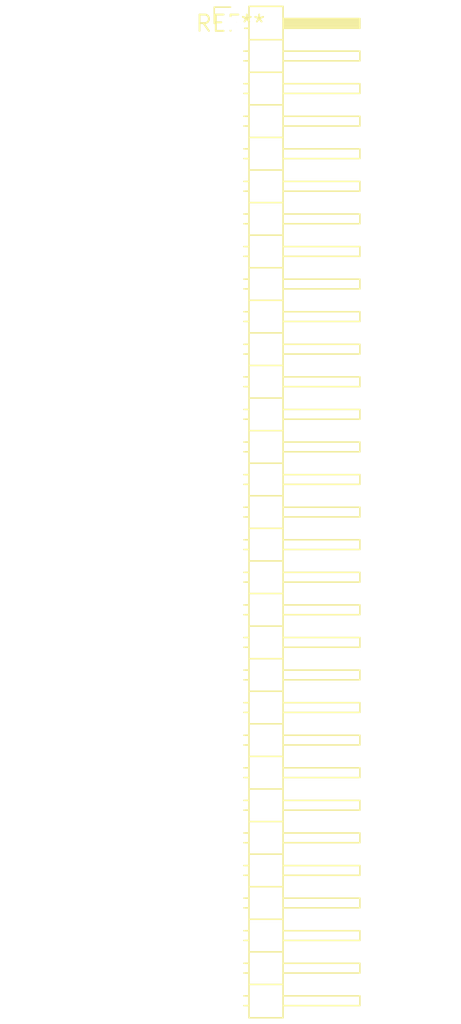
<source format=kicad_pcb>
(kicad_pcb (version 20240108) (generator pcbnew)
  (layers (0 "F.Cu" signal) (31 "B.Cu" signal) (34 "B.Paste" user) (35 "F.Paste" user) (36 "B.SilkS" user "B.Silkscreen") (37 "F.SilkS" user "F.Silkscreen") (38 "B.Mask" user) (39 "F.Mask" user) (44 "Edge.Cuts" user))
  (net 0 "")
  (footprint "PinHeader_1x31_P2.54mm_Horizontal" (layer "F.Cu") (at 0 0)
    (property "Reference" "REF**")
    (property "Value" "PinHeader_1x31_P2.54mm_Horizontal")
    (fp_line (start -1.27 -1.27) (end 0 -1.27) (layer "F.SilkS") (stroke (width 0.12)))
    (fp_line (start -1.27 0) (end -1.27 -1.27) (layer "F.SilkS") (stroke (width 0.12)))
    (fp_line (start 1.042929 2.16) (end 1.44 2.16) (layer "F.SilkS") (stroke (width 0.12)))
    (fp_line (start 1.042929 2.92) (end 1.44 2.92) (layer "F.SilkS") (stroke (width 0.12)))
    (fp_line (start 1.042929 4.7) (end 1.44 4.7) (layer "F.SilkS") (stroke (width 0.12)))
    (fp_line (start 1.042929 5.46) (end 1.44 5.46) (layer "F.SilkS") (stroke (width 0.12)))
    (fp_line (start 1.042929 7.24) (end 1.44 7.24) (layer "F.SilkS") (stroke (width 0.12)))
    (fp_line (start 1.042929 8) (end 1.44 8) (layer "F.SilkS") (stroke (width 0.12)))
    (fp_line (start 1.042929 9.78) (end 1.44 9.78) (layer "F.SilkS") (stroke (width 0.12)))
    (fp_line (start 1.042929 10.54) (end 1.44 10.54) (layer "F.SilkS") (stroke (width 0.12)))
    (fp_line (start 1.042929 12.32) (end 1.44 12.32) (layer "F.SilkS") (stroke (width 0.12)))
    (fp_line (start 1.042929 13.08) (end 1.44 13.08) (layer "F.SilkS") (stroke (width 0.12)))
    (fp_line (start 1.042929 14.86) (end 1.44 14.86) (layer "F.SilkS") (stroke (width 0.12)))
    (fp_line (start 1.042929 15.62) (end 1.44 15.62) (layer "F.SilkS") (stroke (width 0.12)))
    (fp_line (start 1.042929 17.4) (end 1.44 17.4) (layer "F.SilkS") (stroke (width 0.12)))
    (fp_line (start 1.042929 18.16) (end 1.44 18.16) (layer "F.SilkS") (stroke (width 0.12)))
    (fp_line (start 1.042929 19.94) (end 1.44 19.94) (layer "F.SilkS") (stroke (width 0.12)))
    (fp_line (start 1.042929 20.7) (end 1.44 20.7) (layer "F.SilkS") (stroke (width 0.12)))
    (fp_line (start 1.042929 22.48) (end 1.44 22.48) (layer "F.SilkS") (stroke (width 0.12)))
    (fp_line (start 1.042929 23.24) (end 1.44 23.24) (layer "F.SilkS") (stroke (width 0.12)))
    (fp_line (start 1.042929 25.02) (end 1.44 25.02) (layer "F.SilkS") (stroke (width 0.12)))
    (fp_line (start 1.042929 25.78) (end 1.44 25.78) (layer "F.SilkS") (stroke (width 0.12)))
    (fp_line (start 1.042929 27.56) (end 1.44 27.56) (layer "F.SilkS") (stroke (width 0.12)))
    (fp_line (start 1.042929 28.32) (end 1.44 28.32) (layer "F.SilkS") (stroke (width 0.12)))
    (fp_line (start 1.042929 30.1) (end 1.44 30.1) (layer "F.SilkS") (stroke (width 0.12)))
    (fp_line (start 1.042929 30.86) (end 1.44 30.86) (layer "F.SilkS") (stroke (width 0.12)))
    (fp_line (start 1.042929 32.64) (end 1.44 32.64) (layer "F.SilkS") (stroke (width 0.12)))
    (fp_line (start 1.042929 33.4) (end 1.44 33.4) (layer "F.SilkS") (stroke (width 0.12)))
    (fp_line (start 1.042929 35.18) (end 1.44 35.18) (layer "F.SilkS") (stroke (width 0.12)))
    (fp_line (start 1.042929 35.94) (end 1.44 35.94) (layer "F.SilkS") (stroke (width 0.12)))
    (fp_line (start 1.042929 37.72) (end 1.44 37.72) (layer "F.SilkS") (stroke (width 0.12)))
    (fp_line (start 1.042929 38.48) (end 1.44 38.48) (layer "F.SilkS") (stroke (width 0.12)))
    (fp_line (start 1.042929 40.26) (end 1.44 40.26) (layer "F.SilkS") (stroke (width 0.12)))
    (fp_line (start 1.042929 41.02) (end 1.44 41.02) (layer "F.SilkS") (stroke (width 0.12)))
    (fp_line (start 1.042929 42.8) (end 1.44 42.8) (layer "F.SilkS") (stroke (width 0.12)))
    (fp_line (start 1.042929 43.56) (end 1.44 43.56) (layer "F.SilkS") (stroke (width 0.12)))
    (fp_line (start 1.042929 45.34) (end 1.44 45.34) (layer "F.SilkS") (stroke (width 0.12)))
    (fp_line (start 1.042929 46.1) (end 1.44 46.1) (layer "F.SilkS") (stroke (width 0.12)))
    (fp_line (start 1.042929 47.88) (end 1.44 47.88) (layer "F.SilkS") (stroke (width 0.12)))
    (fp_line (start 1.042929 48.64) (end 1.44 48.64) (layer "F.SilkS") (stroke (width 0.12)))
    (fp_line (start 1.042929 50.42) (end 1.44 50.42) (layer "F.SilkS") (stroke (width 0.12)))
    (fp_line (start 1.042929 51.18) (end 1.44 51.18) (layer "F.SilkS") (stroke (width 0.12)))
    (fp_line (start 1.042929 52.96) (end 1.44 52.96) (layer "F.SilkS") (stroke (width 0.12)))
    (fp_line (start 1.042929 53.72) (end 1.44 53.72) (layer "F.SilkS") (stroke (width 0.12)))
    (fp_line (start 1.042929 55.5) (end 1.44 55.5) (layer "F.SilkS") (stroke (width 0.12)))
    (fp_line (start 1.042929 56.26) (end 1.44 56.26) (layer "F.SilkS") (stroke (width 0.12)))
    (fp_line (start 1.042929 58.04) (end 1.44 58.04) (layer "F.SilkS") (stroke (width 0.12)))
    (fp_line (start 1.042929 58.8) (end 1.44 58.8) (layer "F.SilkS") (stroke (width 0.12)))
    (fp_line (start 1.042929 60.58) (end 1.44 60.58) (layer "F.SilkS") (stroke (width 0.12)))
    (fp_line (start 1.042929 61.34) (end 1.44 61.34) (layer "F.SilkS") (stroke (width 0.12)))
    (fp_line (start 1.042929 63.12) (end 1.44 63.12) (layer "F.SilkS") (stroke (width 0.12)))
    (fp_line (start 1.042929 63.88) (end 1.44 63.88) (layer "F.SilkS") (stroke (width 0.12)))
    (fp_line (start 1.042929 65.66) (end 1.44 65.66) (layer "F.SilkS") (stroke (width 0.12)))
    (fp_line (start 1.042929 66.42) (end 1.44 66.42) (layer "F.SilkS") (stroke (width 0.12)))
    (fp_line (start 1.042929 68.2) (end 1.44 68.2) (layer "F.SilkS") (stroke (width 0.12)))
    (fp_line (start 1.042929 68.96) (end 1.44 68.96) (layer "F.SilkS") (stroke (width 0.12)))
    (fp_line (start 1.042929 70.74) (end 1.44 70.74) (layer "F.SilkS") (stroke (width 0.12)))
    (fp_line (start 1.042929 71.5) (end 1.44 71.5) (layer "F.SilkS") (stroke (width 0.12)))
    (fp_line (start 1.042929 73.28) (end 1.44 73.28) (layer "F.SilkS") (stroke (width 0.12)))
    (fp_line (start 1.042929 74.04) (end 1.44 74.04) (layer "F.SilkS") (stroke (width 0.12)))
    (fp_line (start 1.042929 75.82) (end 1.44 75.82) (layer "F.SilkS") (stroke (width 0.12)))
    (fp_line (start 1.042929 76.58) (end 1.44 76.58) (layer "F.SilkS") (stroke (width 0.12)))
    (fp_line (start 1.11 -0.38) (end 1.44 -0.38) (layer "F.SilkS") (stroke (width 0.12)))
    (fp_line (start 1.11 0.38) (end 1.44 0.38) (layer "F.SilkS") (stroke (width 0.12)))
    (fp_line (start 1.44 -1.33) (end 1.44 77.53) (layer "F.SilkS") (stroke (width 0.12)))
    (fp_line (start 1.44 1.27) (end 4.1 1.27) (layer "F.SilkS") (stroke (width 0.12)))
    (fp_line (start 1.44 3.81) (end 4.1 3.81) (layer "F.SilkS") (stroke (width 0.12)))
    (fp_line (start 1.44 6.35) (end 4.1 6.35) (layer "F.SilkS") (stroke (width 0.12)))
    (fp_line (start 1.44 8.89) (end 4.1 8.89) (layer "F.SilkS") (stroke (width 0.12)))
    (fp_line (start 1.44 11.43) (end 4.1 11.43) (layer "F.SilkS") (stroke (width 0.12)))
    (fp_line (start 1.44 13.97) (end 4.1 13.97) (layer "F.SilkS") (stroke (width 0.12)))
    (fp_line (start 1.44 16.51) (end 4.1 16.51) (layer "F.SilkS") (stroke (width 0.12)))
    (fp_line (start 1.44 19.05) (end 4.1 19.05) (layer "F.SilkS") (stroke (width 0.12)))
    (fp_line (start 1.44 21.59) (end 4.1 21.59) (layer "F.SilkS") (stroke (width 0.12)))
    (fp_line (start 1.44 24.13) (end 4.1 24.13) (layer "F.SilkS") (stroke (width 0.12)))
    (fp_line (start 1.44 26.67) (end 4.1 26.67) (layer "F.SilkS") (stroke (width 0.12)))
    (fp_line (start 1.44 29.21) (end 4.1 29.21) (layer "F.SilkS") (stroke (width 0.12)))
    (fp_line (start 1.44 31.75) (end 4.1 31.75) (layer "F.SilkS") (stroke (width 0.12)))
    (fp_line (start 1.44 34.29) (end 4.1 34.29) (layer "F.SilkS") (stroke (width 0.12)))
    (fp_line (start 1.44 36.83) (end 4.1 36.83) (layer "F.SilkS") (stroke (width 0.12)))
    (fp_line (start 1.44 39.37) (end 4.1 39.37) (layer "F.SilkS") (stroke (width 0.12)))
    (fp_line (start 1.44 41.91) (end 4.1 41.91) (layer "F.SilkS") (stroke (width 0.12)))
    (fp_line (start 1.44 44.45) (end 4.1 44.45) (layer "F.SilkS") (stroke (width 0.12)))
    (fp_line (start 1.44 46.99) (end 4.1 46.99) (layer "F.SilkS") (stroke (width 0.12)))
    (fp_line (start 1.44 49.53) (end 4.1 49.53) (layer "F.SilkS") (stroke (width 0.12)))
    (fp_line (start 1.44 52.07) (end 4.1 52.07) (layer "F.SilkS") (stroke (width 0.12)))
    (fp_line (start 1.44 54.61) (end 4.1 54.61) (layer "F.SilkS") (stroke (width 0.12)))
    (fp_line (start 1.44 57.15) (end 4.1 57.15) (layer "F.SilkS") (stroke (width 0.12)))
    (fp_line (start 1.44 59.69) (end 4.1 59.69) (layer "F.SilkS") (stroke (width 0.12)))
    (fp_line (start 1.44 62.23) (end 4.1 62.23) (layer "F.SilkS") (stroke (width 0.12)))
    (fp_line (start 1.44 64.77) (end 4.1 64.77) (layer "F.SilkS") (stroke (width 0.12)))
    (fp_line (start 1.44 67.31) (end 4.1 67.31) (layer "F.SilkS") (stroke (width 0.12)))
    (fp_line (start 1.44 69.85) (end 4.1 69.85) (layer "F.SilkS") (stroke (width 0.12)))
    (fp_line (start 1.44 72.39) (end 4.1 72.39) (layer "F.SilkS") (stroke (width 0.12)))
    (fp_line (start 1.44 74.93) (end 4.1 74.93) (layer "F.SilkS") (stroke (width 0.12)))
    (fp_line (start 1.44 77.53) (end 4.1 77.53) (layer "F.SilkS") (stroke (width 0.12)))
    (fp_line (start 4.1 -1.33) (end 1.44 -1.33) (layer "F.SilkS") (stroke (width 0.12)))
    (fp_line (start 4.1 -0.38) (end 10.1 -0.38) (layer "F.SilkS") (stroke (width 0.12)))
    (fp_line (start 4.1 -0.32) (end 10.1 -0.32) (layer "F.SilkS") (stroke (width 0.12)))
    (fp_line (start 4.1 -0.2) (end 10.1 -0.2) (layer "F.SilkS") (stroke (width 0.12)))
    (fp_line (start 4.1 -0.08) (end 10.1 -0.08) (layer "F.SilkS") (stroke (width 0.12)))
    (fp_line (start 4.1 0.04) (end 10.1 0.04) (layer "F.SilkS") (stroke (width 0.12)))
    (fp_line (start 4.1 0.16) (end 10.1 0.16) (layer "F.SilkS") (stroke (width 0.12)))
    (fp_line (start 4.1 0.28) (end 10.1 0.28) (layer "F.SilkS") (stroke (width 0.12)))
    (fp_line (start 4.1 2.16) (end 10.1 2.16) (layer "F.SilkS") (stroke (width 0.12)))
    (fp_line (start 4.1 4.7) (end 10.1 4.7) (layer "F.SilkS") (stroke (width 0.12)))
    (fp_line (start 4.1 7.24) (end 10.1 7.24) (layer "F.SilkS") (stroke (width 0.12)))
    (fp_line (start 4.1 9.78) (end 10.1 9.78) (layer "F.SilkS") (stroke (width 0.12)))
    (fp_line (start 4.1 12.32) (end 10.1 12.32) (layer "F.SilkS") (stroke (width 0.12)))
    (fp_line (start 4.1 14.86) (end 10.1 14.86) (layer "F.SilkS") (stroke (width 0.12)))
    (fp_line (start 4.1 17.4) (end 10.1 17.4) (layer "F.SilkS") (stroke (width 0.12)))
    (fp_line (start 4.1 19.94) (end 10.1 19.94) (layer "F.SilkS") (stroke (width 0.12)))
    (fp_line (start 4.1 22.48) (end 10.1 22.48) (layer "F.SilkS") (stroke (width 0.12)))
    (fp_line (start 4.1 25.02) (end 10.1 25.02) (layer "F.SilkS") (stroke (width 0.12)))
    (fp_line (start 4.1 27.56) (end 10.1 27.56) (layer "F.SilkS") (stroke (width 0.12)))
    (fp_line (start 4.1 30.1) (end 10.1 30.1) (layer "F.SilkS") (stroke (width 0.12)))
    (fp_line (start 4.1 32.64) (end 10.1 32.64) (layer "F.SilkS") (stroke (width 0.12)))
    (fp_line (start 4.1 35.18) (end 10.1 35.18) (layer "F.SilkS") (stroke (width 0.12)))
    (fp_line (start 4.1 37.72) (end 10.1 37.72) (layer "F.SilkS") (stroke (width 0.12)))
    (fp_line (start 4.1 40.26) (end 10.1 40.26) (layer "F.SilkS") (stroke (width 0.12)))
    (fp_line (start 4.1 42.8) (end 10.1 42.8) (layer "F.SilkS") (stroke (width 0.12)))
    (fp_line (start 4.1 45.34) (end 10.1 45.34) (layer "F.SilkS") (stroke (width 0.12)))
    (fp_line (start 4.1 47.88) (end 10.1 47.88) (layer "F.SilkS") (stroke (width 0.12)))
    (fp_line (start 4.1 50.42) (end 10.1 50.42) (layer "F.SilkS") (stroke (width 0.12)))
    (fp_line (start 4.1 52.96) (end 10.1 52.96) (layer "F.SilkS") (stroke (width 0.12)))
    (fp_line (start 4.1 55.5) (end 10.1 55.5) (layer "F.SilkS") (stroke (width 0.12)))
    (fp_line (start 4.1 58.04) (end 10.1 58.04) (layer "F.SilkS") (stroke (width 0.12)))
    (fp_line (start 4.1 60.58) (end 10.1 60.58) (layer "F.SilkS") (stroke (width 0.12)))
    (fp_line (start 4.1 63.12) (end 10.1 63.12) (layer "F.SilkS") (stroke (width 0.12)))
    (fp_line (start 4.1 65.66) (end 10.1 65.66) (layer "F.SilkS") (stroke (width 0.12)))
    (fp_line (start 4.1 68.2) (end 10.1 68.2) (layer "F.SilkS") (stroke (width 0.12)))
    (fp_line (start 4.1 70.74) (end 10.1 70.74) (layer "F.SilkS") (stroke (width 0.12)))
    (fp_line (start 4.1 73.28) (end 10.1 73.28) (layer "F.SilkS") (stroke (width 0.12)))
    (fp_line (start 4.1 75.82) (end 10.1 75.82) (layer "F.SilkS") (stroke (width 0.12)))
    (fp_line (start 4.1 77.53) (end 4.1 -1.33) (layer "F.SilkS") (stroke (width 0.12)))
    (fp_line (start 10.1 -0.38) (end 10.1 0.38) (layer "F.SilkS") (stroke (width 0.12)))
    (fp_line (start 10.1 0.38) (end 4.1 0.38) (layer "F.SilkS") (stroke (width 0.12)))
    (fp_line (start 10.1 2.16) (end 10.1 2.92) (layer "F.SilkS") (stroke (width 0.12)))
    (fp_line (start 10.1 2.92) (end 4.1 2.92) (layer "F.SilkS") (stroke (width 0.12)))
    (fp_line (start 10.1 4.7) (end 10.1 5.46) (layer "F.SilkS") (stroke (width 0.12)))
    (fp_line (start 10.1 5.46) (end 4.1 5.46) (layer "F.SilkS") (stroke (width 0.12)))
    (fp_line (start 10.1 7.24) (end 10.1 8) (layer "F.SilkS") (stroke (width 0.12)))
    (fp_line (start 10.1 8) (end 4.1 8) (layer "F.SilkS") (stroke (width 0.12)))
    (fp_line (start 10.1 9.78) (end 10.1 10.54) (layer "F.SilkS") (stroke (width 0.12)))
    (fp_line (start 10.1 10.54) (end 4.1 10.54) (layer "F.SilkS") (stroke (width 0.12)))
    (fp_line (start 10.1 12.32) (end 10.1 13.08) (layer "F.SilkS") (stroke (width 0.12)))
    (fp_line (start 10.1 13.08) (end 4.1 13.08) (layer "F.SilkS") (stroke (width 0.12)))
    (fp_line (start 10.1 14.86) (end 10.1 15.62) (layer "F.SilkS") (stroke (width 0.12)))
    (fp_line (start 10.1 15.62) (end 4.1 15.62) (layer "F.SilkS") (stroke (width 0.12)))
    (fp_line (start 10.1 17.4) (end 10.1 18.16) (layer "F.SilkS") (stroke (width 0.12)))
    (fp_line (start 10.1 18.16) (end 4.1 18.16) (layer "F.SilkS") (stroke (width 0.12)))
    (fp_line (start 10.1 19.94) (end 10.1 20.7) (layer "F.SilkS") (stroke (width 0.12)))
    (fp_line (start 10.1 20.7) (end 4.1 20.7) (layer "F.SilkS") (stroke (width 0.12)))
    (fp_line (start 10.1 22.48) (end 10.1 23.24) (layer "F.SilkS") (stroke (width 0.12)))
    (fp_line (start 10.1 23.24) (end 4.1 23.24) (layer "F.SilkS") (stroke (width 0.12)))
    (fp_line (start 10.1 25.02) (end 10.1 25.78) (layer "F.SilkS") (stroke (width 0.12)))
    (fp_line (start 10.1 25.78) (end 4.1 25.78) (layer "F.SilkS") (stroke (width 0.12)))
    (fp_line (start 10.1 27.56) (end 10.1 28.32) (layer "F.SilkS") (stroke (width 0.12)))
    (fp_line (start 10.1 28.32) (end 4.1 28.32) (layer "F.SilkS") (stroke (width 0.12)))
    (fp_line (start 10.1 30.1) (end 10.1 30.86) (layer "F.SilkS") (stroke (width 0.12)))
    (fp_line (start 10.1 30.86) (end 4.1 30.86) (layer "F.SilkS") (stroke (width 0.12)))
    (fp_line (start 10.1 32.64) (end 10.1 33.4) (layer "F.SilkS") (stroke (width 0.12)))
    (fp_line (start 10.1 33.4) (end 4.1 33.4) (layer "F.SilkS") (stroke (width 0.12)))
    (fp_line (start 10.1 35.18) (end 10.1 35.94) (layer "F.SilkS") (stroke (width 0.12)))
    (fp_line (start 10.1 35.94) (end 4.1 35.94) (layer "F.SilkS") (stroke (width 0.12)))
    (fp_line (start 10.1 37.72) (end 10.1 38.48) (layer "F.SilkS") (stroke (width 0.12)))
    (fp_line (start 10.1 38.48) (end 4.1 38.48) (layer "F.SilkS") (stroke (width 0.12)))
    (fp_line (start 10.1 40.26) (end 10.1 41.02) (layer "F.SilkS") (stroke (width 0.12)))
    (fp_line (start 10.1 41.02) (end 4.1 41.02) (layer "F.SilkS") (stroke (width 0.12)))
    (fp_line (start 10.1 42.8) (end 10.1 43.56) (layer "F.SilkS") (stroke (width 0.12)))
    (fp_line (start 10.1 43.56) (end 4.1 43.56) (layer "F.SilkS") (stroke (width 0.12)))
    (fp_line (start 10.1 45.34) (end 10.1 46.1) (layer "F.SilkS") (stroke (width 0.12)))
    (fp_line (start 10.1 46.1) (end 4.1 46.1) (layer "F.SilkS") (stroke (width 0.12)))
    (fp_line (start 10.1 47.88) (end 10.1 48.64) (layer "F.SilkS") (stroke (width 0.12)))
    (fp_line (start 10.1 48.64) (end 4.1 48.64) (layer "F.SilkS") (stroke (width 0.12)))
    (fp_line (start 10.1 50.42) (end 10.1 51.18) (layer "F.SilkS") (stroke (width 0.12)))
    (fp_line (start 10.1 51.18) (end 4.1 51.18) (layer "F.SilkS") (stroke (width 0.12)))
    (fp_line (start 10.1 52.96) (end 10.1 53.72) (layer "F.SilkS") (stroke (width 0.12)))
    (fp_line (start 10.1 53.72) (end 4.1 53.72) (layer "F.SilkS") (stroke (width 0.12)))
    (fp_line (start 10.1 55.5) (end 10.1 56.26) (layer "F.SilkS") (stroke (width 0.12)))
    (fp_line (start 10.1 56.26) (end 4.1 56.26) (layer "F.SilkS") (stroke (width 0.12)))
    (fp_line (start 10.1 58.04) (end 10.1 58.8) (layer "F.SilkS") (stroke (width 0.12)))
    (fp_line (start 10.1 58.8) (end 4.1 58.8) (layer "F.SilkS") (stroke (width 0.12)))
    (fp_line (start 10.1 60.58) (end 10.1 61.34) (layer "F.SilkS") (stroke (width 0.12)))
    (fp_line (start 10.1 61.34) (end 4.1 61.34) (layer "F.SilkS") (stroke (width 0.12)))
    (fp_line (start 10.1 63.12) (end 10.1 63.88) (layer "F.SilkS") (stroke (width 0.12)))
    (fp_line (start 10.1 63.88) (end 4.1 63.88) (layer "F.SilkS") (stroke (width 0.12)))
    (fp_line (start 10.1 65.66) (end 10.1 66.42) (layer "F.SilkS") (stroke (width 0.12)))
    (fp_line (start 10.1 66.42) (end 4.1 66.42) (layer "F.SilkS") (stroke (width 0.12)))
    (fp_line (start 10.1 68.2) (end 10.1 68.96) (layer "F.SilkS") (stroke (width 0.12)))
    (fp_line (start 10.1 68.96) (end 4.1 68.96) (layer "F.SilkS") (stroke (width 0.12)))
    (fp_line (start 10.1 70.74) (end 10.1 71.5) (layer "F.SilkS") (stroke (width 0.12)))
    (fp_line (start 10.1 71.5) (end 4.1 71.5) (layer "F.SilkS") (stroke (width 0.12)))
    (fp_line (start 10.1 73.28) (end 10.1 74.04) (layer "F.SilkS") (stroke (width 0.12)))
    (fp_line (start 10.1 74.04) (end 4.1 74.04) (layer "F.SilkS") (stroke (width 0.12)))
    (fp_line (start 10.1 75.82) (end 10.1 76.58) (layer "F.SilkS") (stroke (width 0.12)))
    (fp_line (start 10.1 76.58) (end 4.1 76.58) (layer "F.SilkS") (stroke (width 0.12)))
    (pad "1" thru_hole rect (at 0 0) (size 1.7 1.7) (drill 1) (layers *.Cu *.Mask) (remove_unused_layers))
    (pad "2" thru_hole oval (at 0 2.54) (size 1.7 1.7) (drill 1) (layers *.Cu *.Mask) (remove_unused_layers))
    (pad "3" thru_hole oval (at 0 5.08) (size 1.7 1.7) (drill 1) (layers *.Cu *.Mask) (remove_unused_layers))
    (pad "4" thru_hole oval (at 0 7.62) (size 1.7 1.7) (drill 1) (layers *.Cu *.Mask) (remove_unused_layers))
    (pad "5" thru_hole oval (at 0 10.16) (size 1.7 1.7) (drill 1) (layers *.Cu *.Mask) (remove_unused_layers))
    (pad "6" thru_hole oval (at 0 12.7) (size 1.7 1.7) (drill 1) (layers *.Cu *.Mask) (remove_unused_layers))
    (pad "7" thru_hole oval (at 0 15.24) (size 1.7 1.7) (drill 1) (layers *.Cu *.Mask) (remove_unused_layers))
    (pad "8" thru_hole oval (at 0 17.78) (size 1.7 1.7) (drill 1) (layers *.Cu *.Mask) (remove_unused_layers))
    (pad "9" thru_hole oval (at 0 20.32) (size 1.7 1.7) (drill 1) (layers *.Cu *.Mask) (remove_unused_layers))
    (pad "10" thru_hole oval (at 0 22.86) (size 1.7 1.7) (drill 1) (layers *.Cu *.Mask) (remove_unused_layers))
    (pad "11" thru_hole oval (at 0 25.4) (size 1.7 1.7) (drill 1) (layers *.Cu *.Mask) (remove_unused_layers))
    (pad "12" thru_hole oval (at 0 27.94) (size 1.7 1.7) (drill 1) (layers *.Cu *.Mask) (remove_unused_layers))
    (pad "13" thru_hole oval (at 0 30.48) (size 1.7 1.7) (drill 1) (layers *.Cu *.Mask) (remove_unused_layers))
    (pad "14" thru_hole oval (at 0 33.02) (size 1.7 1.7) (drill 1) (layers *.Cu *.Mask) (remove_unused_layers))
    (pad "15" thru_hole oval (at 0 35.56) (size 1.7 1.7) (drill 1) (layers *.Cu *.Mask) (remove_unused_layers))
    (pad "16" thru_hole oval (at 0 38.1) (size 1.7 1.7) (drill 1) (layers *.Cu *.Mask) (remove_unused_layers))
    (pad "17" thru_hole oval (at 0 40.64) (size 1.7 1.7) (drill 1) (layers *.Cu *.Mask) (remove_unused_layers))
    (pad "18" thru_hole oval (at 0 43.18) (size 1.7 1.7) (drill 1) (layers *.Cu *.Mask) (remove_unused_layers))
    (pad "19" thru_hole oval (at 0 45.72) (size 1.7 1.7) (drill 1) (layers *.Cu *.Mask) (remove_unused_layers))
    (pad "20" thru_hole oval (at 0 48.26) (size 1.7 1.7) (drill 1) (layers *.Cu *.Mask) (remove_unused_layers))
    (pad "21" thru_hole oval (at 0 50.8) (size 1.7 1.7) (drill 1) (layers *.Cu *.Mask) (remove_unused_layers))
    (pad "22" thru_hole oval (at 0 53.34) (size 1.7 1.7) (drill 1) (layers *.Cu *.Mask) (remove_unused_layers))
    (pad "23" thru_hole oval (at 0 55.88) (size 1.7 1.7) (drill 1) (layers *.Cu *.Mask) (remove_unused_layers))
    (pad "24" thru_hole oval (at 0 58.42) (size 1.7 1.7) (drill 1) (layers *.Cu *.Mask) (remove_unused_layers))
    (pad "25" thru_hole oval (at 0 60.96) (size 1.7 1.7) (drill 1) (layers *.Cu *.Mask) (remove_unused_layers))
    (pad "26" thru_hole oval (at 0 63.5) (size 1.7 1.7) (drill 1) (layers *.Cu *.Mask) (remove_unused_layers))
    (pad "27" thru_hole oval (at 0 66.04) (size 1.7 1.7) (drill 1) (layers *.Cu *.Mask) (remove_unused_layers))
    (pad "28" thru_hole oval (at 0 68.58) (size 1.7 1.7) (drill 1) (layers *.Cu *.Mask) (remove_unused_layers))
    (pad "29" thru_hole oval (at 0 71.12) (size 1.7 1.7) (drill 1) (layers *.Cu *.Mask) (remove_unused_layers))
    (pad "30" thru_hole oval (at 0 73.66) (size 1.7 1.7) (drill 1) (layers *.Cu *.Mask) (remove_unused_layers))
    (pad "31" thru_hole oval (at 0 76.2) (size 1.7 1.7) (drill 1) (layers *.Cu *.Mask) (remove_unused_layers))
  )
)
</source>
